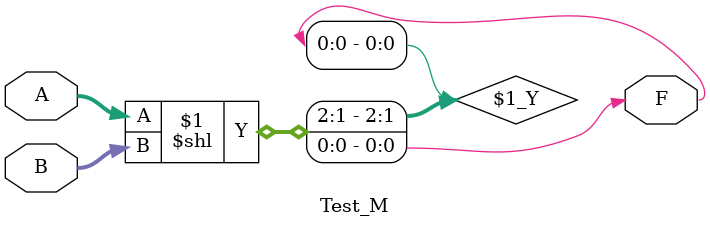
<source format=v>
`timescale 1ns / 1ps
module Test_M(A,B,F
    );
	input [2:0]A,B;
	output F;
	
	assign F=(A<<B);


endmodule

</source>
